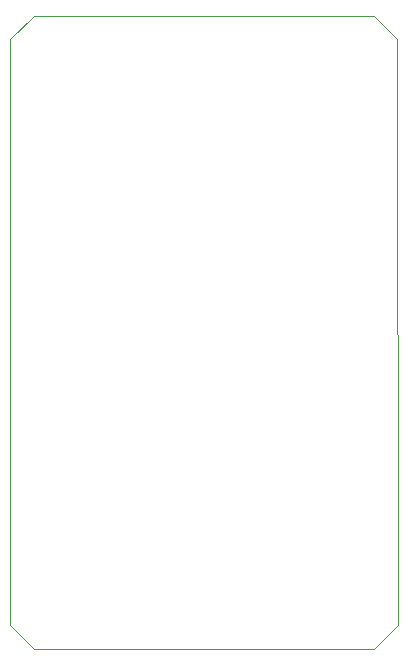
<source format=gbr>
%TF.GenerationSoftware,KiCad,Pcbnew,9.0.1*%
%TF.CreationDate,2025-07-17T13:04:37-04:00*%
%TF.ProjectId,hermes,6865726d-6573-42e6-9b69-6361645f7063,rev?*%
%TF.SameCoordinates,Original*%
%TF.FileFunction,Profile,NP*%
%FSLAX46Y46*%
G04 Gerber Fmt 4.6, Leading zero omitted, Abs format (unit mm)*
G04 Created by KiCad (PCBNEW 9.0.1) date 2025-07-17 13:04:37*
%MOMM*%
%LPD*%
G01*
G04 APERTURE LIST*
%TA.AperFunction,Profile*%
%ADD10C,0.050000*%
%TD*%
G04 APERTURE END LIST*
D10*
X99570000Y-74000000D02*
X97570000Y-76000000D01*
X130370000Y-76000000D02*
X128370000Y-74000000D01*
X99600000Y-127600000D02*
X128400000Y-127600000D01*
X97600000Y-125600000D02*
X99600000Y-127600000D01*
X130400000Y-125600000D02*
X128400000Y-127600000D01*
X97600000Y-125600000D02*
X97570000Y-76000000D01*
X130400000Y-125600000D02*
X130370000Y-76000000D01*
X128370000Y-74000000D02*
X99570000Y-74000000D01*
M02*

</source>
